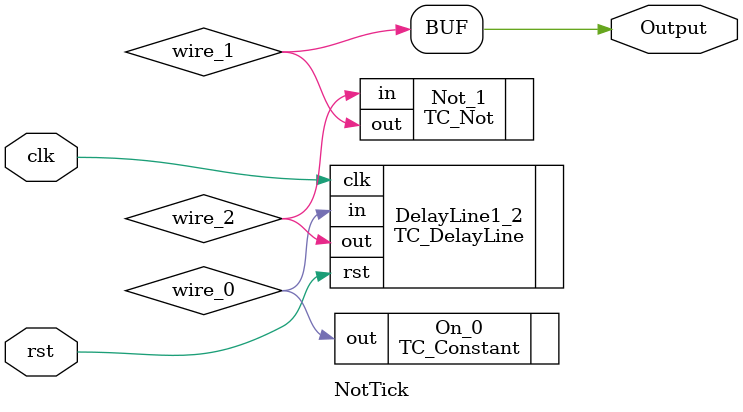
<source format=v>
module NotTick (clk, rst, Output);
  parameter UUID = 0;
  parameter NAME = "";
  input wire clk;
  input wire rst;

  output  wire [0:0] Output;

  TC_Constant # (.UUID(64'd948666581252012769 ^ UUID), .BIT_WIDTH(64'd1), .value(1'd1)) On_0 (.out(wire_0));
  TC_Not # (.UUID(64'd12262805901688295 ^ UUID), .BIT_WIDTH(64'd1)) Not_1 (.in(wire_2), .out(wire_1));
  TC_DelayLine # (.UUID(64'd669671630002368113 ^ UUID), .BIT_WIDTH(64'd1)) DelayLine1_2 (.clk(clk), .rst(rst), .in(wire_0), .out(wire_2));

  wire [0:0] wire_0;
  wire [0:0] wire_1;
  assign Output = wire_1;
  wire [0:0] wire_2;

endmodule

</source>
